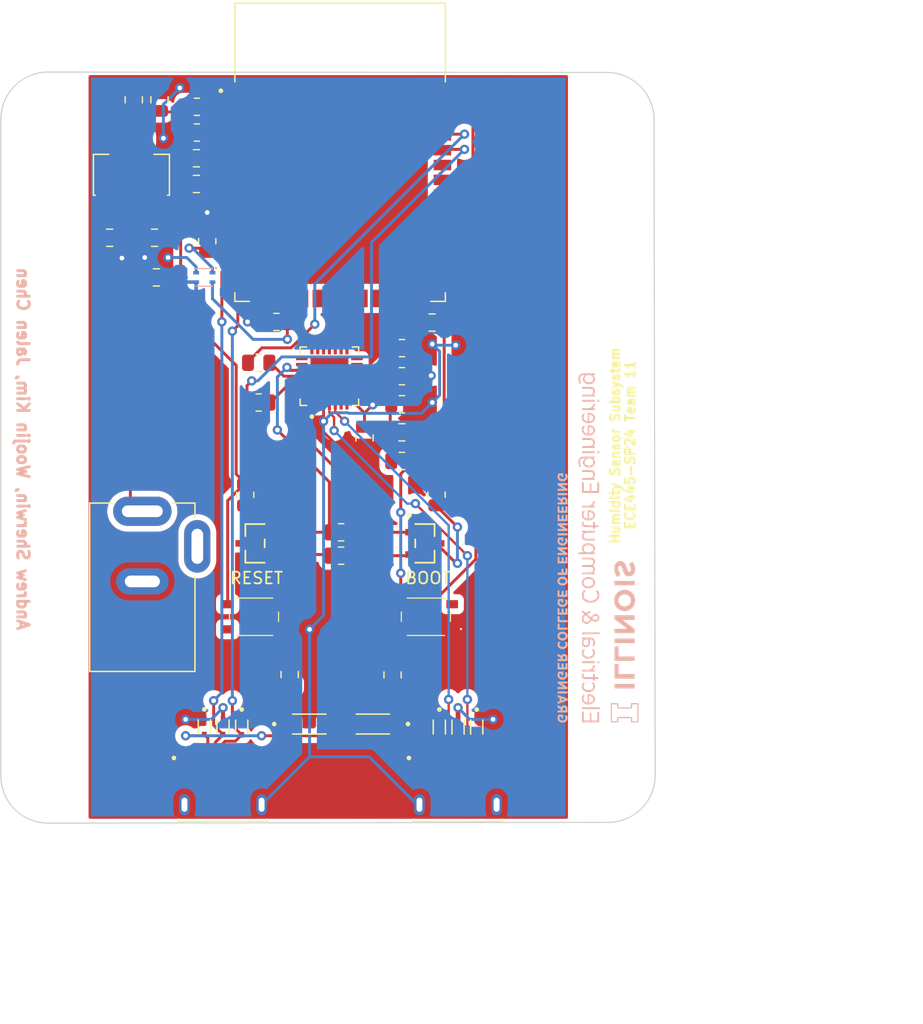
<source format=kicad_pcb>
(kicad_pcb (version 20240108) (generator "pcbnew") (generator_version "8.0")
  (layers (0 "F.Cu" signal) (31 "B.Cu" signal) (34 "B.Paste" user) (35 "F.Paste" user) (36 "B.SilkS" user "B.Silkscreen") (37 "F.SilkS" user "F.Silkscreen") (38 "B.Mask" user) (39 "F.Mask" user) (44 "Edge.Cuts" user))
  (net 0 "")
  (net 1 "+12V")
  (net 2 "GND")
  (net 3 "+3.3V")
  (net 4 "Net-(C6-Pad1)")
  (net 5 "Net-(C7-Pad1)")
  (net 6 "Net-(U4-VBUS)")
  (net 7 "CHIP_PU")
  (net 8 "IO0")
  (net 9 "USB_DP")
  (net 10 "USB_DN")
  (net 11 "IO20")
  (net 12 "IO19")
  (net 13 "VBUS")
  (net 17 "Net-(U1-IO8)")
  (net 18 "Net-(U1-IO9)")
  (net 19 "Net-(U4-~{RST})")
  (net 20 "Net-(U4-~{SUSPEND})")
  (net 21 "Net-(U4-TXD)")
  (net 22 "U0RXD")
  (net 23 "Net-(U4-RXD)")
  (net 24 "U0TXD")
  (net 25 "DTR")
  (net 26 "Net-(U5-BASE)")
  (net 27 "RTS")
  (net 28 "Net-(U6-BASE)")
  (net 29 "Net-(U5-COLLECTOR)")
  (net 30 "Net-(U6-COLLECTOR)")
  (net 31 "ESP_3V3")
  (footprint "Resistor_SMD:R_0805_2012Metric" (layer "F.Cu") (at 119.95 89 180)
    (property "Reference" "R7" (hide yes))
    (property "Value" "0" (hide yes))
  )
  (footprint "ECE445:SOT-23_ONS" (layer "F.Cu") (at 119.6348 101.0475 90)
    (property "Reference" "U5" (hide yes))
    (property "Value" "L8050QLT1G" (hide yes))
  )
  (footprint "Capacitor_SMD:C_0805_2012Metric" (layer "F.Cu") (at 129 92.0375 -90)
    (property "Reference" "C8" (hide yes))
    (property "Value" "10uF" (hide yes))
  )
  (footprint "Resistor_SMD:R_0805_2012Metric" (layer "F.Cu") (at 132.2 89.15 180)
    (property "Reference" "R6" (hide yes))
    (property "Value" "47500" (hide yes))
  )
  (footprint "ECE445:SOT-23_ONS" (layer "F.Cu") (at 134.1652 101.0475 -90)
    (property "Reference" "U6" (hide yes))
    (property "Value" "L8050QLT1G" (hide yes))
  )
  (footprint "Resistor_SMD:R_0805_2012Metric" (layer "F.Cu") (at 114.665 63.71 180)
    (property "Reference" "R13" (hide yes))
    (property "Value" "0" (hide yes))
  )
  (footprint "ECE445:PTS815 SJG 250 SMTR LFS" (layer "F.Cu") (at 134.25 107.325 180)
    (property "Reference" "S1" (hide yes))
    (property "Value" "PTS815_SJG_250_SMTR_LFS" (hide yes))
  )
  (footprint "Capacitor_SMD:C_0805_2012Metric" (layer "F.Cu") (at 111.04 74.91)
    (property "Reference" "C1" (hide yes))
    (property "Value" "1uF" (hide yes))
  )
  (footprint "Resistor_SMD:R_0805_2012Metric" (layer "F.Cu") (at 115.55 75.2 90)
    (property "Reference" "R1" (hide yes))
    (property "Value" "10000" (hide yes))
  )
  (footprint "ECE445:LDL1117S33R-SnapEDA" (layer "F.Cu") (at 109.065 69.525 90)
    (property "Reference" "U2" (hide yes))
    (property "Value" "LDL1117S33R-SnapEDA" (hide yes))
  )
  (footprint "Capacitor_SMD:C_0805_2012Metric" (layer "F.Cu") (at 114.6275 68.11 180)
    (property "Reference" "C10" (hide yes))
    (property "Value" "1uF" (hide yes))
  )
  (footprint "Capacitor_SMD:C_0805_2012Metric" (layer "F.Cu") (at 107.2025 74.91 180)
    (property "Reference" "C2" (hide yes))
    (property "Value" "4.7uF" (hide yes))
  )
  (footprint "ECE445:LESD5D5_0CT1G" (layer "F.Cu") (at 138.6 116.76 -90)
    (property "Reference" "D1" (hide yes))
    (property "Value" "LESD5D5.0CT1G" (hide yes))
  )
  (footprint "Resistor_SMD:R_0805_2012Metric" (layer "F.Cu") (at 132.2 86.75 180)
    (property "Reference" "R3" (hide yes))
    (property "Value" "1000" (hide yes))
  )
  (footprint "ECE445:PTS815 SJG 250 SMTR LFS" (layer "F.Cu") (at 119.55 107.325 180)
    (property "Reference" "S2" (hide yes))
    (property "Value" "PTS815_SJG_250_SMTR_LFS" (hide yes))
  )
  (footprint "ECE445:ESP32-S3-WROOM-1-N8-SnapEDA" (layer "F.Cu") (at 126.915 67.6)
    (property "Reference" "U1" (hide yes))
    (property "Value" "ESP32-S3-WROOM-1-N8" (hide yes))
  )
  (footprint "Resistor_SMD:R_0805_2012Metric" (layer "F.Cu") (at 127 100.1)
    (property "Reference" "R10" (hide yes))
    (property "Value" "10000" (hide yes))
  )
  (footprint "Capacitor_SMD:C_0805_2012Metric" (layer "F.Cu") (at 109.265 63.11 90)
    (property "Reference" "C4" (hide yes))
    (property "Value" "10uF" (hide yes))
  )
  (footprint "ECE445:PJ-202AH" (layer "F.Cu") (at 110 104.8 -90)
    (property "Reference" "J1" (hide yes))
    (property "Value" "PJ-202AH" (hide yes))
  )
  (footprint "Resistor_SMD:R_0805_2012Metric" (layer "F.Cu") (at 118.8 96.895 90)
    (property "Reference" "R11" (hide yes))
    (property "Value" "0" (hide yes))
  )
  (footprint "Resistor_SMD:R_0805_2012Metric" (layer "F.Cu") (at 121.465 82.11 180)
    (property "Reference" "R2" (hide yes))
    (property "Value" "10000" (hide yes))
  )
  (footprint "ECE445:LESD5D5_0CT1G" (layer "F.Cu") (at 118.5 116.76 -90)
    (property "Reference" "D3" (hide yes))
    (property "Value" "LESD5D5.0CT1G" (hide yes))
  )
  (footprint "ECE445:10118193-0001LF" (layer "F.Cu") (at 137 123.4)
    (property "Reference" "J2" (hide yes))
    (property "Value" "10118193-0001LF" (hide yes))
  )
  (footprint "ECE445:LESD5D5_0CT1G" (layer "F.Cu") (at 116.9 116.74 -90)
    (property "Reference" "D4" (hide yes))
    (property "Value" "LESD5D5.0CT1G" (hide yes))
  )
  (footprint "Capacitor_SMD:C_0805_2012Metric" (layer "F.Cu") (at 114.6275 70.31 180)
    (property "Reference" "C12" (hide yes))
    (property "Value" "0.1uF" (hide yes))
  )
  (footprint "Capacitor_SMD:C_0805_2012Metric" (layer "F.Cu") (at 111.2 78.3 180)
    (property "Reference" "C3" (hide yes))
    (property "Value" "100nF" (hide yes))
  )
  (footprint "Resistor_SMD:R_0805_2012Metric" (layer "F.Cu") (at 127 102.1 180)
    (property "Reference" "R9" (hide yes))
    (property "Value" "10000" (hide yes))
  )
  (footprint "Capacitor_SMD:C_0805_2012Metric" (layer "F.Cu") (at 111.465 63.11 90)
    (property "Reference" "C5" (hide yes))
    (property "Value" "0.1uF" (hide yes))
  )
  (footprint "Resistor_SMD:R_0805_2012Metric" (layer "F.Cu") (at 132.2 94 180)
    (property "Reference" "R5" (hide yes))
    (property "Value" "22100" (hide yes))
  )
  (footprint "MountingHole:MountingHole_3.2mm_M3" (layer "F.Cu") (at 150.1 121.1)
    (property "Reference" "H4" (hide yes))
    (property "Value" "MountingHole" (hide yes))
  )
  (footprint "ECE445:CP2102N-A02-GQFN28" (layer "F.Cu") (at 126 86.75 90)
    (property "Reference" "U4" (hide yes))
    (property "Value" "CP2102N-A02-GQFN28" (hide yes))
  )
  (footprint "ECE445:10118193-0001LF" (layer "F.Cu") (at 116.9 123.4)
    (property "Reference" "J3" (hide yes))
    (property "Value" "10118193-0001LF" (hide yes))
  )
  (footprint "ECE445:LESD5D5_0CT1G" (layer "F.Cu") (at 135.4 116.76 -90)
    (property "Reference" "D7" (hide yes))
    (property "Value" "LESD5D5.0CT1G" (hide yes))
  )
  (footprint "ECE445:LESD5D5_0CT1G" (layer "F.Cu") (at 137 116.76 -90)
    (property "Reference" "D2" (hide yes))
    (property "Value" "LESD5D5.0CT1G" (hide yes))
  )
  (footprint "Resistor_SMD:R_0805_2012Metric" (layer "F.Cu") (at 135.1652 96.876 90)
    (property "Reference" "R12" (hide yes))
    (property "Value" "0" (hide yes))
  )
  (footprint "ECE445:1N5819HW-7-F" (layer "F.Cu") (at 129.72 116.5 180)
    (property "Reference" "D6" (hide yes))
    (property "Value" "1N5819HW-7-F" (hide yes))
  )
  (footprint "Capacitor_SMD:C_0805_2012Metric" (layer "F.Cu") (at 132.2 91.55)
    (property "Reference" "C9" (hide yes))
    (property "Value" "1uF" (hide yes))
  )
  (footprint "Resistor_SMD:R_0805_2012Metric" (layer "F.Cu") (at 119.95 85.6 180)
    (property "Reference" "R8" (hide yes))
    (property "Value" "0" (hide yes))
  )
  (footprint "ECE445:LESD5D5_0CT1G" (layer "F.Cu") (at 115.3 116.74 -90)
    (property "Reference" "D8" (hide yes))
    (property "Value" "LESD5D5.0CT1G" (hide yes))
  )
  (footprint "Capacitor_SMD:C_0805_2012Metric" (layer "F.Cu") (at 122.6 112.2625 90)
    (property "Reference" "C7" (hide yes))
    (property "Value" "10uF" (hide yes))
  )
  (footprint "ECE445:1N5819HW-7-F" (layer "F.Cu") (at 124.28 116.5)
    (property "Reference" "D5" (hide yes))
    (property "Value" "1N5819HW-7-F" (hide yes))
  )
  (footprint "Capacitor_SMD:C_0805_2012Metric" (layer "F.Cu") (at 134.7775 82.16 180)
    (property "Reference" "C11" (hide yes))
    (property "Value" "0.1uF" (hide yes))
  )
  (footprint "MountingHole:MountingHole_3.2mm_M3" (layer "F.Cu") (at 101.7 121.1)
    (property "Reference" "H2" (hide yes))
    (property "Value" "MountingHole" (hide yes))
  )
  (footprint "MountingHole:MountingHole_3.2mm_M3" (layer "F.Cu") (at 101.8 64.5)
    (property "Reference" "H1" (hide yes))
    (property "Value" "MountingHole" (hide yes))
  )
  (footprint "MountingHole:MountingHole_3.2mm_M3" (layer "F.Cu") (at 149.881128 64.6)
    (property "Reference" "H3" (hide yes))
    (property "Value" "MountingHole" (hide yes))
  )
  (footprint "Resistor_SMD:R_0805_2012Metric" (layer "F.Cu") (at 132.2 84.35 180)
    (property "Reference" "R4" (hide yes))
    (property "Value" "10000" (hide yes))
  )
  (footprint "Resistor_SMD:R_0805_2012Metric" (layer "F.Cu") (at 114.665 65.91)
    (property "Reference" "R14" (hide yes))
    (property "Value" "10000" (hide yes))
  )
  (footprint "Capacitor_SMD:C_0805_2012Metric" (layer "F.Cu") (at 131.4 112.3 90)
    (property "Reference" "C6" (hide yes))
    (property "Value" "10uF" (hide yes))
  )
  (footprint "ECE445:SHT45-AD1B-R3" (layer "B.Cu") (at 115.3 78.3 180)
    (property "Reference" "U3" (hide yes))
    (property "Value" "SHT45-AD1B-R3" (hide yes))
  )
  (footprint "ECE445:IllinoisECENegative31mm" (layer "B.Cu") (at 149 101.4 90)
    (property "Reference" "" (hide yes))
    (property "Value" "LOGO" (hide yes))
  )
  (gr_arc (start 101.931128 124.971128) (mid 99.08069 123.790438) (end 97.9 120.94) (stroke (width 0.1)) (layer "Edge.Cuts"))
  (gr_arc (start 97.9 64.771128) (mid 99.08069 61.92069) (end 101.931128 60.74) (stroke (width 0.1)) (layer "Edge.Cuts"))
  (gr_arc (start 149.731128 60.771128) (mid 152.581566 61.951818) (end 153.762256 64.802256) (stroke (width 0.1)) (layer "Edge.Cuts"))
  (gr_line (start 97.9 64.771128) (end 97.9 120.94) (stroke (width 0.1)) (layer "Edge.Cuts"))
  (gr_arc (start 153.862256 120.877744) (mid 152.681566 123.728182) (end 149.831128 124.908872) (stroke (width 0.1)) (layer "Edge.Cuts"))
  (gr_line (start 149.731128 60.771128) (end 101.931128 60.74) (stroke (width 0.1)) (layer "Edge.Cuts"))
  (gr_line (start 153.862256 120.877744) (end 153.762256 64.802256) (stroke (width 0.1)) (layer "Edge.Cuts"))
  (gr_line (start 101.931128 124.971128) (end 149.831128 124.908872) (stroke (width 0.1)) (layer "Edge.Cuts"))
  (gr_text "Andrew Sherwin, Woojin Kim, Jalen Chen" (at 99.2 108.6 270) (layer "B.SilkS") (effects (font (size 1 1) (thickness 0.25) (bold yes)) (justify left bottom mirror)))
  (gr_text "Humidity Sensor Subsystem\n  ECE445-SP24 Team 11" (at 152.2 101.2 90) (layer "F.SilkS") (effects (font (size 0.8 0.8) (thickness 0.2) (bold yes)) (justify left bottom)))
  (gr_text "BOOT" (at 132.4 104.6 0) (layer "F.SilkS") (effects (font (size 1 1)) (justify left bottom)))
  (gr_text "RESET" (at 117.4 104.6 0) (layer "F.SilkS") (effects (font (size 1 1)) (justify left bottom)))
  (segment (start 111.365 73.5475) (end 110.0025 74.91) (width 0.25) (layer "F.Cu") (net 1))
  (segment (start 111.365 72.54) (end 111.365 73.5475) (width 0.25) (layer "F.Cu") (net 1))
  (segment (start 110.0025 74.91) (end 108.975 75.9375) (width 0.25) (layer "F.Cu") (net 1))
  (segment (start 108.975 75.9375) (end 108.975 97.275) (width 0.25) (layer "F.Cu") (net 1))
  (segment (start 108.975 97.275) (end 110 98.3) (width 0.25) (layer "F.Cu") (net 1))
  (segment (start 138.275 82.625) (end 136.8 84.1) (width 0.25) (layer "F.Cu") (net 2))
  (segment (start 138.975 105.925) (end 138.975 86.275) (width 0.25) (layer "F.Cu") (net 2))
  (segment (start 112.2 76.6) (end 112.2 75.0325) (width 0.25) (layer "F.Cu") (net 2))
  (segment (start 120.1 121.4) (end 118.1 123.4) (width 0.25) (layer "F.Cu") (net 2))
  (segment (start 125.415 70.06) (end 126.815 71.46) (width 0.25) (layer "F.Cu") (net 2))
  (segment (start 125.897537 71.885) (end 126.332463 71.885) (width 0.25) (layer "F.Cu") (net 2))
  (segment (start 113.59 70.31) (end 112.8 71.1) (width 0.25) (layer "F.Cu") (net 2))
  (segment (start 125.5 91.525305) (end 125.5 90.6) (width 0.25) (layer "F.Cu") (net 2))
  (segment (start 109.265 62.0725) (end 111.465 62.0725) (width 0.25) (layer "F.Cu") (net 2))
  (segment (start 106.765 64.5725) (end 106.765 72.54) (width 0.25) (layer "F.Cu") (net 2))
  (segment (start 113.7 119.25) (end 113.7 120.95) (width 0.25) (layer "F.Cu") (net 2))
  (segment (start 123.49 69.477463) (end 123.972537 69.96) (width 0.25) (layer "F.Cu") (net 2))
  (segment (start 118.1 123.4) (end 120.2 123.4) (width 0.25) (layer "F.Cu") (net 2))
  (segment (start 113.7 120.95) (end 113.7 123.3) (width 0.25) (layer "F.Cu") (net 2))
  (segment (start 134.8 83.22) (end 133.74 82.16) (width 0.25) (layer "F.Cu") (net 2))
  (segment (start 125.415 71.46) (end 125.415 70.06) (width 0.25) (layer "F.Cu") (net 2))
  (segment (start 118.165 62.34) (end 113.44 62.34) (width 0.25) (layer "F.Cu") (net 2))
  (segment (start 126.297463 68) (end 126.815 68.517537) (width 0.25) (layer "F.Cu") (net 2))
  (segment (start 124.015 67.09) (end 124.015 68.56) (width 0.25) (layer "F.Cu") (net 2))
  (segment (start 127.34 70.442537) (end 126.857463 69.96) (width 0.25) (layer "F.Cu") (net 2))
  (segment (start 112.8 71.1) (end 112.8 74.1875) (width 0.25) (layer "F.Cu") (net 2))
  (segment (start 124.015 70.06) (end 125.415 70.06) (width 0.25) (layer "F.Cu") (net 2))
  (segment (start 133.7 123.4) (end 135.8 123.4) (width 0.25) (layer "F.Cu") (net 2))
  (segment (start 129 93.075) (end 127.049695 93.075) (width 0.25) (layer "F.Cu") (net 2))
  (segment (start 124.015 68.56) (end 124.015 68.517537) (width 0.25) (layer "F.Cu") (net 2))
  (segment (start 125.415 71.36) (end 125.415 71.402463) (width 0.25) (layer "F.Cu") (net 2))
  (segment (start 119.165 62.24) (end 124.015 67.09) (width 0.25) (layer "F.Cu") (net 2))
  (segment (start 140.2 121.4) (end 138.2 123.4) (width 0.25) (layer "F.Cu") (net 2))
  (segment (start 140 114.8) (end 140 116.1) (width 0.25) (layer "F.Cu") (net 2))
  (segment (start 124.015 68.56) (end 123.972537 68.56) (width 0.25) (layer "F.Cu") (net 2))
  (segment (start 138.975 86.275) (end 136.8 84.1) (width 0.25) (layer "F.Cu") (net 2))
  (segment (start 113.7 116.1) (end 115.28 116.1) (width 0.25) (layer "F.Cu") (net 2))
  (segment (start 126.332463 71.885) (end 126.815 71.402463) (width 0.25) (layer "F.Cu") (net 2))
  (segment (start 133.8 120.95) (end 133.8 121.4) (width 0.25) (layer "F.Cu") (net 2))
  (segment (start 125.5 87.25) (end 126 86.75) (width 0.25) (layer "F.Cu") (net 2))
  (segment (start 125.415 68.517537) (end 125.932537 68) (width 0.25) (layer "F.Cu") (net 2))
  (segment (start 113.59 70.31) (end 113.59 68.11) (width 0.25) (layer "F.Cu") (net 2))
  (segment (start 123.49 70.442537) (end 123.49 70.877463) (width 0.25) (layer "F.Cu") (net 2))
  (segment (start 134.65 89.15) (end 134.8 89) (width 0.25) (layer "F.Cu") (net 2))
  (segment (start 125.415 68.66) (end 125.415 70.06) (width 0.25) (layer "F.Cu") (net 2))
  (segment (start 124.015 71.36) (end 124.015 71.402463) (width 0.25) (layer "F.Cu") (net 2))
  (segment (start 127.049695 93.075) (end 125.5 91.525305) (width 0.25) (layer "F.Cu") (net 2))
  (segment (start 126.815 70.06) (end 125.415 70.06) (width 0.25) (layer "F.Cu") (net 2))
  (segment (start 124.015 69.96) (end 123.972537 69.96) (width 0.25) (layer "F.Cu") (net 2))
  (segment (start 110 115.55) (end 113.7 119.25) (width 0.25) (layer "F.Cu") (net 2))
  (segment (start 133.74 83.81) (end 133.2 84.35) (width 0.25) (layer "F.Cu") (net 2))
  (segment (start 124.497537 71.885) (end 124.932463 71.885) (width 0.25) (layer "F.Cu") (net 2))
  (segment (start 125.415 71.402463) (end 125.897537 71.885) (width 0.25) (layer "F.Cu") (net 2))
  (segment (start 111.4925 62.1) (end 111.465 62.0725) (width 0.25) (layer "F.Cu") (net 2))
  (segment (start 125.415 70.06) (end 124.015 68.66) (width 0.25) (layer "F.Cu") (net 2))
  (segment (start 126.815 69.96) (end 126.857463 69.96) (width 0.25) (layer "F.Cu") (net 2))
  (segment (start 124.015 71.402463) (end 124.497537 71.885) (width 0.25) (layer "F.Cu") (net 2))
  (segment (start 123.972537 69.96) (end 123.49 70.442537) (width 0.25) (layer "F.Cu") (net 2))
  (segment (start 115.7 123.4) (end 118.1 123.4) (width 0.25) (layer "F.Cu") (net 2))
  (segment (start 135.665 62.34) (end 136.665 62.34) (width 0.25) (layer "F.Cu") (net 2))
  (segment (start 124.3 108.4) (end 121.8 108.4) (width 0.25) (layer "F.Cu") (net 2))
  (segment (start 133.8 121.4) (end 135.8 123.4) (width 0.25) (layer "F.Cu") (net 2))
  (segment (start 106.165 100.465) (end 110 104.3) (width 0.25) (layer "F.Cu") (net 2))
  (segment (start 112.2375 76.6375) (end 112.2 76.6) (width 0.25) (layer "F.Cu") (net 2))
  (segment (start 118.165 62.24) (end 119.165 62.24) (width 0.25) (layer "F.Cu") (net 2))
  (segment (start 106.165 74.91) (end 106.165 100.465) (width 0.25) (layer "F.Cu") (net 2))
  (segment (start 136.665 62.34) (end 138.275 63.95) (width 0.25) (layer "F.Cu") (net 2))
  (segment (start 125.5 89.11) (end 125.5 87.25) (width 0.25) (layer "F.Cu") (net 2))
  (segment (start 140.2 116.3) (end 140.2 120.95) (width 0.25) (layer "F.Cu") (net 2))
  (segment (start 127.34 69.477463) (end 127.34 69.042537) (width 0.25) (layer "F.Cu") (net 2))
  (segment (start 123.972537 68.56) (end 123.49 69.042537) (width 0.25) (layer "F.Cu") (net 2))
  (segment (start 113.6 123.4) (end 115.7 123.4) (width 0.25) (layer "F.Cu") (net 2))
  (segment (start 112.8 74.1875) (end 112.0775 74.91) (width 0.25) (layer "F.Cu") (net 2))
  (segment (start 135.8 123.4) (end 138.2 123.4) (width 0.25) (layer "F.Cu") (net 2))
  (segment (start 133.135 62.34) (end 126.815 68.66) (width 0.25) (layer "F.Cu") (net 2))
  (segment (start 138.2 123.4) (end 140.3 123.4) (width 0.25) (layer "F.Cu") (net 2))
  (segment (start 135.665 62.34) (end 133.135 62.34) (width 0.25) (layer "F.Cu") (net 2))
  (segment (start 124.932463 71.885) (end 125.415 71.402463) (width 0.25) (layer "F.Cu") (net 2))
  (segment (start 138.6 116.1) (end 140 116.1) (width 0.25) (layer "F.Cu") (net 2))
  (segment (start 127.34 69.042537) (end 126.857463 68.56) (width 0.25) (layer "F.Cu") (net 2))
  (segment (start 109.265 62.0725) (end 106.765 64.5725) (width 0.25) (layer "F.Cu") (net 2))
  (segment (start 127.34 70.877463) (end 127.34 70.442537) (width 0.25) (layer "F.Cu") (net 2))
  (segment (start 112.2 75.0325) (end 112.0775 74.91) (width 0.25) (layer "F.Cu") (net 2))
  (segment (start 120.1 120.95) (end 120.1 123.3) (width 0.25) (layer "F.Cu") (net 2))
  (segment (start 133.2 89.15) (end 134.65 89.15) (width 0.25) (layer "F.Cu") (net 2))
  (segment (start 123.49 69.042537) (end 123.49 69.477463) (width 0.25) (layer "F.Cu") (net 2))
  (segment (start 126.857463 71.36) (end 127.34 70.877463) (width 0.25) (layer "F.Cu") (net 2))
  (segment (start 123.49 70.877463) (end 123.972537 71.36) (width 0.25) (layer "F.Cu") (net 2))
  (segment (start 138.975 113.775) (end 140 114.8) (width 0.25) (layer "F.Cu") (net 2))
  (segment (start 120.1 120.95) (end 120.1 121.4) (width 0.25) (layer "F.Cu") (net 2))
  (segment (start 126.815 71.402463) (end 126.815 71.36) (width 0.25) (layer "F.Cu") (net 2))
  (segment (start 113.59 68.11) (end 113.51 68.11) (width 0.25) (layer "F.Cu") (net 2))
  (segment (start 124.015 71.46) (end 125.415 70.06) (width 0.25) (layer "F.Cu") (net 2))
  (segment (start 133.8 120.95) (end 133.8 123.3) (width 0.25) (layer "F.Cu") (net 2))
  (segment (start 134.8 84) (end 134.8 83.22) (width 0.25) (layer "F.Cu") (net 2))
  (segment (start 110 104.3) (end 110 115.55) (width 0.25) (layer "F.Cu") (net 2))
  (segment (start 124.932463 68.035) (end 125.415 68.517537) (width 0.25) (layer "F.Cu") (net 2))
  (segment (start 136.5 108.4) (end 138.975 105.925) (width 0.25) (layer "F.Cu") (net 2))
  (segment (start 126.857463 69.96) (end 127.34 69.477463) (width 0.25) (layer "F.Cu") (net 2))
  (segment (start 106.165 74.91) (end 106.165 73.14) (width 0.25) (layer "F.Cu") (net 2))
  (segment (start 125.415 68.56) (end 125.415 68.517537) (width 0.25) (layer "F.Cu") (net 2))
  (segment (start 125.5 90.6) (end 125.5 89.11) (width 0.25) (layer "F.Cu") (net 2))
  (segment (start 126.815 68.517537) (end 126.815 68.56) (width 0.25) (layer "F.Cu") (net 2))
  (segment (start 126.857463 68.56) (end 126.815 68.56) (width 0.25) (layer "F.Cu") (net 2))
  (segment (start 125.932537 68) (end 126.297463 68) (width 0.25) (layer "F.Cu") (net 2))
  (segment (start 138.275 63.95) (end 138.275 82.625) (width 0.25) (layer "F.Cu") (net 2))
  (segment (start 113.7 121.4) (end 115.7 123.4) (width 0.25) (layer "F.Cu") (net 2))
  (segment (start 140.2 120.95) (end 140.2 121.4) (width 0.25) (layer "F.Cu") (net 2))
  (segment (start 124.497537 68.035) (end 124.932463 68.035) (width 0.25) (layer "F.Cu") (net 2))
  (segment (start 140 116.1) (end 140.2 116.3) (width 0.25) (layer "F.Cu") (net 2))
  (segment (start 124.015 68.517537) (end 124.497537 68.035) (width 0.25) (layer "F.Cu") (net 2))
  (segment (start 113.7 120.95) (end 113.7 121.4) (width 0.25) (layer "F.Cu") (net 2))
  (segment (start 126.815 68.66) (end 125.415 70.06) (width 0.25) (layer "F.Cu") (net 2))
  (segment (start 140.2 120.95) (end 140.2 123.3) (width 0.25) (layer "F.Cu") (net 2))
  (segment (start 123.972537 71.36) (end 124.015 71.36) (width 0.25) (layer "F.Cu") (net 2))
  (segment (start 113.44 62.34) (end 113.2 62.1) (width 0.25) (layer "F.Cu") (net 2))
  (segment (start 112.2375 78.3) (end 112.2375 76.6375) (width 0.25) (layer "F.Cu") (net 2))
  (segment (start 126.815 71.36) (end 126.857463 71.36) (width 0.25) (layer "F.Cu") (net 2))
  (segment (start 133.74 82.16) (end 133.74 83.81) (width 0.25) (layer "F.Cu") (net 2))
  (segment (start 106.165 73.14) (end 106.765 72.54) (width 0.25) (layer "F.Cu") (net 2))
  (segment (start 138.975 105.925) (end 138.975 113.775) (width 0.25) (layer "F.Cu") (net 2))
  (segment (start 113.51 68.11) (end 111.8 66.4) (width 0.25) (layer "F.Cu") (net 2))
  (segment (start 113.2 62.1) (end 111.4925 62.1) (width 0.25) (layer "F.Cu") (net 2))
  (via (at 134.8 89) (size 0.8) (drill 0.4) (layers "F.Cu" "B.Cu") (net 2))
  (via (at 140 116.1) (size 0.8) (drill 0.4) (layers "F.Cu" "B.Cu") (net 2))
  (via (at 113.7 116.1) (size 0.8) (drill 0.4) (layers "F.Cu" "B.Cu") (net 2))
  (via (at 112.2 76.6) (size 0.8) (drill 0.4) (layers "F.Cu" "B.Cu") (net 2))
  (via (at 113.2 62.1) (size 0.8) (drill 0.4) (layers "F.Cu" "B.Cu") (net 2))
  (via (at 124.3 108.4) (size 0.8) (drill 0.4) (layers "F.Cu" "B.Cu") (net 2))
  (via (at 116.9 115.1) (size 0.8) (drill 0.4) (layers "F.Cu" "B.Cu") (net 2))
  (via (at 111.8 66.4) (size 0.8) (drill 0.4) (layers "F.Cu" "B.Cu") (net 2))
  (via (at 137 115.1) (size 0.8) (drill 0.4) (layers "F.Cu" "B.Cu") (net 2))
  (via (at 134.8 84) (size 0.8) (drill 0.4) (layers "F.Cu" "B.Cu") (net 2))
  (via (at 136.8 84.1) (size 0.8) (drill 0.4) (layers "F.Cu" "B.Cu") (net 2))
  (via (at 125.5 90.6) (size 0.8) (drill 0.4) (layers "F.Cu" "B.Cu") (net 2))
  (segment (start 116.9 115.1) (end 115.9 116.1) (width 0.25) (layer "B.Cu") (net 2))
  (segment (start 115.9 116.1) (end 113.7 116.1) (width 0.25) (layer "B.Cu") (net 2))
  (segment (start 111.8 63.5) (end 113.2 62.1) (width 0.25) (layer "B.Cu") (net 2))
  (segment (start 126.225 89.875) (end 125.5 90.6) (width 0.25) (layer "B.Cu") (net 2))
  (segment (start 138 116.1) (end 137 115.1) (width 0.25) (layer "B.Cu") (net 2))
  (segment (start 134.8 89) (end 133.875 89.925) (width 0.25) (layer "B.Cu") (net 2))
  (segment (start 114.6 77.9) (end 114.6 77.4) (width 0.25) (layer "B.Cu") (net 2))
  (segment (start 133.875 89.925) (end 127.650305 89.925) (width 0.25) (layer "B.Cu") (net 2))
  (segment (start 114.6 77.4) (end 114 76.8) (width 0.25) (layer "B.Cu") (net 2))
  (segment (start 113.8 76.6) (end 112.2 76.6) (width 0.25) (layer "B.Cu") (net 2))
  (segment (start 136.8 84.1) (end 134.9 84.1) (width 0.25) (layer "B.Cu") (net 2))
  (segment (start 134.8 89) (end 135.425 88.375) (width 0.25) (layer "B.Cu") (net 2))
  (segment (start 124.3 119.3) (end 124.3 108.4) (width 0.25) (layer "B.Cu") (net 2))
  (segment (start 135.425 84.625) (end 134.8 84) (width 0.25) (layer "B.Cu") (net 2))
  (segment (start 134.9 84.1) (end 134.8 84) (width 0.25) (layer "B.Cu") (net 2))
  (segment (start 125.5 90.6) (end 125.5 107.2) (width 0.25) (layer "B.Cu") (net 2))
  (segment (start 140 116.1) (end 138 116.1) (width 0.25) (layer "B.Cu") (net 2))
  (segment (start 135.425 88.375) (end 135.425 84.625) (width 0.25) (layer "B.Cu") (net 2))
  (segment (start 133.7 123.4) (end 133.5 123.4) (width 0.25) (layer "B.Cu") (net 2))
  (segment (start 125.5 107.2) (end 124.3 108.4) (width 0.25) (layer "B.Cu") (net 2))
  (segment (start 129.4 119.3) (end 124.3 119.3) (width 0.25) (layer "B.Cu") (net 2))
  (segment (start 114 76.8) (end 113.8 76.6) (width 0.25) (layer "B.Cu") (net 2))
  (segment (start 124.3 119.3) (end 120.2 123.4) (width 0.25) (layer "B.Cu") (net 2))
  (segment (start 127.650305 89.925) (end 127.600305 89.875) (width 0.25) (layer "B.Cu") (net 2))
  (segment (start 127.600305 89.875) (end 126.225 89.875) (width 0.25) (layer "B.Cu") (net 2))
  (segment (start 111.8 66.4) (end 111.8 63.5) (width 0.25) (layer "B.Cu") (net 2))
  (segment (start 133.5 123.4) (end 129.4 119.3) (width 0.25) (layer "B.Cu") (net 2))
  (segment (start 108.25 74.92) (end 108.24 74.91) (width 0.25) (layer "F.Cu") (net 3))
  (segment (start 108.25 76.65) (end 108.25 74.92) (width 0.25) (layer "F.Cu") (net 3))
  (segment (start 109.065 64.3475) (end 109.265 64.1475) (width 0.25) (layer "F.Cu") (net 3))
  (segment (start 115.55 72.75) (end 115.55 74.2) (width 0.25) (layer "F.Cu") (net 3))
  (segment (start 120.465 82.11) (end 119.01 82.11) (width 0.25) (layer "F.Cu") (net 3))
  (segment (start 128.21 89.11) (end 129 89.9) (width 0.25) (layer "F.Cu") (net 3))
  (segment (start 109.065 66.51) (end 109.065 64.3475) (width 0.25) (layer "F.Cu") (net 3))
  (segment (start 109.065 72.54) (end 109.065 74.085) (width 0.25) (layer "F.Cu") (net 3))
  (segment (start 110.1625 78.3) (end 110.1625 76.6375) (width 0.25) (layer "F.Cu") (net 3))
  (segment (start 111.465 64.1475) (end 113.2275 64.1475) (width 0.25) (layer "F.Cu") (net 3))
  (segment (start 133.2 86.75) (end 134.65 86.75) (width 0.25) (layer "F.Cu") (net 3))
  (segment (start 129 91) (end 129 89.9) (width 0.25) (layer "F.Cu") (net 3))
  (segment (start 127 89.11) (end 127.5 89.11) (width 0.25) (layer "F.Cu") (net 3))
  (segment (start 109.065 74.085) (end 108.24 74.91) (width 0.25) (layer "F.Cu") (net 3))
  (segment (start 109.065 66.51) (end 109.065 72.54) (width 0.25) (layer "F.Cu") (net 3))
  (segment (start 127.5 89.11) (end 128.21 89.11) (width 0.25) (layer "F.Cu") (net 3))
  (segment (start 109.265 64.1475) (end 111.465 64.1475) (width 0.25) (layer "F.Cu") (net 3))
  (segment (start 113.2275 64.1475) (end 113.665 63.71) (width 0.25) (layer "F.Cu") (net 3))
  (segment (start 108.24 74.91) (end 107.94 74.91) (width 0.25) (layer "F.Cu") (net 3))
  (segment (start 129 89.9) (end 129.7 89.2) (width 0.25) (layer "F.Cu") (net 3))
  (via (at 115.55 72.75) (size 0.8) (drill 0.4) (layers "F.Cu" "B.Cu") (net 3))
  (via (at 134.7 86.7) (size 0.8) (drill 0.4) (layers "F.Cu" "B.Cu") (net 3))
  (via (at 108.25 76.65) (size 0.8) (drill 0.4) (layers "F.Cu" "B.Cu") (net 3))
  (via (at 129.7 89.2) (size 0.8) (drill 0.4) (layers "F.Cu" "B.Cu") (net 3))
  (via (at 119 82.1) (size 0.8) (drill 0.4) (layers "F.Cu" "B.Cu") (net 3))
  (via (at 110.2 76.6) (size 0.8) (drill 0.4) (layers "F.Cu" "B.Cu") (net 3))
  (segment (start 131 87.9) (end 129.7 89.2) (width 0.25) (layer "B.Cu") (net 3))
  (segment (start 134 87.9) (end 131 87.9) (width 0.25) (layer "B.Cu") (net 3))
  (segment (start 134.7 86.7) (end 134.7 87.2) (width 0.25) (layer "B.Cu") (net 3))
  (segment (start 134.7 87.2) (end 134 87.9) (width 0.25) (layer "B.Cu") (net 3))
  (segment (start 108.25 76.65) (end 110.15 76.65) (width 0.25) (layer "B.Cu") (net 3))
  (segment (start 110.15 76.65) (end 110.2 76.6) (width 0.25) (layer "B.Cu") (net 3))
  (segment (start 131.4 116.5) (end 131.4 113.3375) (width 0.25) (layer "F.Cu") (net 4))
  (segment (start 122.6 116.5) (end 122.6 113.3) (width 0.25) (layer "F.Cu") (net 5))
  (segment (start 130.3 88.25) (end 128.36 88.25) (width 0.25) (layer "F.Cu") (net 6))
  (segment (start 131.2 94) (end 131.2 91.5875) (width 0.25) (layer "F.Cu") (net 6))
  (segment (start 131.2 89.15) (end 130.3 88.25) (width 0.25) (layer "F.Cu") (net 6))
  (segment (start 131.2 89.15) (end 131.2 91.5125) (width 0.25) (layer "F.Cu") (net 6))
  (segment (start 115.665 70.31) (end 115.665 68.11) (width 0.25) (layer "F.Cu") (net 7))
  (segment (start 117.3 97.395) (end 118.8 95.895) (width 0.25) (layer "F.Cu") (net 7))
  (segment (start 118.025 85.825) (end 113.275 81.075) (width 0.25) (layer "F.Cu") (net 7))
  (segment (start 113.275 81.075) (end 113.275 72.7) (width 0.25) (layer "F.Cu") (net 7))
  (segment (start 113.275 72.7) (end 115.665 70.31) (width 0.25) (layer "F.Cu") (net 7))
  (segment (start 118.8 95.895) (end 118.025 95.12) (width 0.25) (layer "F.Cu") (net 7))
  (segment (start 117.3 106.25) (end 117.3 97.395) (width 0.25) (layer "F.Cu") (net 7))
  (segment (start 118.025 95.12) (end 118.025 85.825) (width 0.25) (layer "F.Cu") (net 7))
  (segment (start 116.795 64.78) (end 118.165 64.78) (width 0.25) (layer "F.Cu") (net 7))
  (segment (start 115.665 65.91) (end 115.665 68.11) (width 0.25) (layer "F.Cu") (net 7))
  (segment (start 115.665 65.91) (end 116.795 64.78) (width 0.25) (layer "F.Cu") (net 7))
  (segment (start 135.815 82.16) (end 135.815 78.9) (width 0.25) (layer "F.Cu") (net 8))
  (segment (start 135.815 82.16) (end 135.815 95.2262) (width 0.25) (layer "F.Cu") (net 8))
  (segment (start 135.815 78.9) (end 135.665 78.75) (width 0.25) (layer "F.Cu") (net 8))
  (segment (start 138.525 99.2358) (end 135.1652 95.876) (width 0.25) (layer "F.Cu") (net 8))
  (segment (start 134.675305 106.25) (end 138.525 102.400305) (width 0.25) (layer "F.Cu") (net 8))
  (segment (start 135.815 95.2262) (end 135.1652 95.876) (width 0.25) (layer "F.Cu") (net 8))
  (segment (start 138.525 102.400305) (end 138.525 99.2358) (width 0.25) (layer "F.Cu") (net 8))
  (segment (start 132 106.25) (end 134.675305 106.25) (width 0.25) (layer "F.Cu") (net 8))
  (segment (start 133.355378 97.650922) (end 133.355378 97.644622) (width 0.2) (layer "F.Cu") (net 9))
  (segment (start 126.4 91.4) (end 126.4 90.265686) (width 0.2) (layer "F.Cu") (net 9))
  (segment (start 138.6 117.42) (end 138.02 118) (width 0.2) (layer "F.Cu") (net 9))
  (segment (start 126 89.865686) (end 126 89.11) (width 0.2) (layer "F.Cu") (net 9))
  (segment (start 137 118.15) (end 137 120.725) (width 0.2) (layer "F.Cu") (net 9))
  (segment (start 137.8 116.62) (end 137.8 114.4) (width 0.2) (layer "F.Cu") (net 9))
  (segment (start 138.02 118) (end 137.15 118) (width 0.2) (layer "F.Cu") (net 9))
  (segment (start 138.6 117.42) (end 137.8 116.62) (width 0.2) (layer "F.Cu") (net 9))
  (segment (start 136.504456 100.8) (end 136.504456 100.804456) (width 0.2) (layer "F.Cu") (net 9))
  (segment (start 136.504456 100.804456) (end 137.8 102.1) (width 0.2) (layer "F.Cu") (net 9))
  (segment (start 137.15 118) (end 137 118.15) (width 0.2) (layer "F.Cu") (net 9))
  (segment (start 136.504456 100.8) (end 133.355378 97.650922) (width 0.2) (layer "F.Cu") (net 9))
  (segment (start 126.4 90.265686) (end 126 89.865686) (width 0.2) (layer "F.Cu") (net 9))
  (via (at 137.8 102.1) (size 0.8) (drill 0.4) (layers "F.Cu" "B.Cu") (net 9))
  (via (at 133.355378 97.644622) (size 0.8) (drill 0.4) (layers "F.Cu" "B.Cu") (net 9))
  (via (at 126.4 91.4) (size 0.8) (drill 0.4) (layers "F.Cu" "B.Cu") (net 9))
  (via (at 137.8 114.4) (size 0.8) (drill 0.4) (layers "F.Cu" "B.Cu") (net 9))
  (segment (start 132.644622 97.644622) (end 126.4 91.4) (width 0.2) (layer "B.Cu") (net 9))
  (segment (start 137.8 114.4) (end 137.8 102.1) (width 0.2) (layer "B.Cu") (net 9))
  (segment (start 133.355378 97.644622) (end 132.644622 97.644622) (width 0.2) (layer "B.Cu") (net 9))
  (segment (start 136.35 118.07) (end 136.35 120.725) (width 0.2) (layer "F.Cu") (net 10))
  (segment (start 127.3 90.6) (end 126.5 89.8) (width 0.2) (layer "F.Cu") (net 10))
  (segment (start 136.2 116.62) (end 136.2 114.4) (width 0.2) (layer "F.Cu") (net 10))
  (segment (start 137 117.42) (end 136.35 118.07) (width 0.2) (layer "F.Cu") (net 10))
  (segment (start 137 117.42) (end 136.2 116.62) (width 0.2) (layer "F.Cu") (net 10))
  (segment (start 126.5 89.8) (end 126.5 89.11) (width 0.2) (layer "F.Cu") (net 10))
  (via (at 136.2 114.4) (size 0.8) (drill 0.4) (layers "F.Cu" "B.Cu") (net 10))
  (via (at 127.3 90.6) (size 0.8) (drill 0.4) (layers "F.Cu" "B.Cu") (net 10))
  (segment (start 136.2 99.5) (end 127.3 90.6) (width 0.2) (layer "B.Cu") (net 10))
  (segment (start 136.2 114.4) (end 136.2 99.5) (width 0.2) (layer "B.Cu") (net 10))
  (segment (start 117.085 117.965) (end 116.9 118.15) (width 0.25) (layer "F.Cu") (net 11))
  (segment (start 117.7 82.9) (end 118.165 82.435) (width 0.25) (layer "F.Cu") (net 11))
  (segment (start 118.5 117.42) (end 117.955 117.965) (width 0.25) (layer "F.Cu") (net 11))
  (segment (start 117.7 116.62) (end 117.7 114.5) (width 0.25) (layer "F.Cu") (net 11))
  (segment (start 118.165 82.435) (end 118.165 78.75) (width 0.25) (layer "F.Cu") (net 11))
  (segment (start 118.5 117.42) (end 117.7 116.62) (width 0.25) (layer "F.Cu") (net 11))
  (segment (start 116.9 118.15) (end 116.9 120.725) (width 0.25) (layer "F.Cu") (net 11))
  (segment (start 117.955 117.965) (end 117.085 117.965) (width 0.25) (layer "F.Cu") (net 11))
  (via (at 117.7 82.9) (size 0.8) (drill 0.4) (layers "F.Cu" "B.Cu") (net 11))
  (via (at 117.7 114.5) (size 0.8) (drill 0.4) (layers "F.Cu" "B.Cu") (net 11))
  (segment (start 117.7 114.5) (end 117.7 82.9) (width 0.25) (layer "B.Cu") (net 11))
  (segment (start 116.8 82.1) (end 116.8 77.845) (width 0.25) (layer "F.Cu") (net 12))
  (segment (start 116.1 116.6) (end 116.1 114.5) (width 0.25) (layer "F.Cu") (net 12))
  (segment (start 116.9 117.4) (end 116.25 118.05) (width 0.25) (layer "F.Cu") (net 12))
  (segment (start 116.25 118.05) (end 116.25 120.725) (width 0.25) (layer "F.Cu") (net 12))
  (segment (start 116.9 117.4) (end 116.1 116.6) (width 0.25) (layer "F.Cu") (net 12))
  (segment (start 117.165 77.48) (end 118.165 77.48) (width 0.25) (layer "F.Cu") (net 12))
  (segment (start 116.8 77.845) (end 117.165 77.48) (width 0.25) (layer "F.Cu") (net 12))
  (via (at 116.8 82.1) (size 0.8) (drill 0.4) (layers "F.Cu" "B.Cu") (net 12))
  (via (at 116.1 114.5) (size 0.8) (drill 0.4) (layers "F.Cu" "B.Cu") (net 12))
  (segment (start 116.1 114.5) (end 116.8 113.8) (width 0.25) (layer "B.Cu") (net 12))
  (segment (start 116.8 113.8) (end 116.8 82.1) (width 0.25) (layer "B.Cu") (net 12))
  (segment (start 135.7 117.72) (end 135.7 120.725) (width 0.25) (layer "F.Cu") (net 13))
  (segment (start 128.96 117.42) (end 128.04 116.5) (width 0.25) (layer "F.Cu") (net 13))
  (segment (start 128.04 108.71) (end 132.1 104.65) (width 0.25) (layer "F.Cu") (net 13))
  (segment (start 115.6 117.7) (end 115.6 120.725) (width 0.25) (layer "F.Cu") (net 13))
  (segment (start 132.1 104.65) (end 132.1 103.6) (width 0.25) (layer "F.Cu") (net 13))
  (segment (start 132.1 98.4) (end 132.1 95.1) (width 0.25) (layer "F.Cu") (net 13))
  (segment (start 128.04 116.5) (end 128.04 108.71) (width 0.25) (layer "F.Cu") (net 13))
  (segment (start 128.04 116.5) (end 125.96 116.5) (width 0.25) (layer "F.Cu") (net 13))
  (segment (start 132.1 95.1) (end 133.2 94) (width 0.25) (layer "F.Cu") (net 13))
  (segment (start 113.7 117.5) (end 115.2 117.5) (width 0.25) (layer "F.Cu") (net 13))
  (segment (start 115.3 117.4) (end 115.6 117.7) (width 0.25) (layer "F.Cu") (net 13))
  (segment (start 124.96 117.5) (end 120.2 117.5) (width 0.25) (layer "F.Cu") (net 13))
  (segment (start 135.4 117.42) (end 135.7 117.72) (width 0.25) (layer "F.Cu") (net 13))
  (segment (start 135.4 117.42) (end 128.96 117.42) (width 0.25) (layer "F.Cu") (net 13))
  (segment (start 125.96 116.5) (end 124.96 117.5) (width 0.25) (layer "F.Cu") (net 13))
  (via (at 113.7 117.5) (size 0.8) (drill 0.4) (layers "F.Cu" "B.Cu") (net 13))
  (via (at 120.2 117.5) (size 0.8) (drill 0.4) (layers "F.Cu" "B.Cu") (net 13))
  (via (at 132.1 98.4) (size 0.8) (drill 0.4) (layers "F.Cu" "B.Cu") (net 13))
  (via (at 132.1 103.6) (size 0.8) (drill 0.4) (layers "F.Cu" "B.Cu") (net 13))
  (segment (start 132.1 103.6) (end 132.1 98.4) (width 0.25) (layer "B.Cu") (net 13))
  (segment (start 120.2 117.5) (end 113.7 117.5) (width 0.25) (layer "B.Cu") (net 13))
  (segment (start 114 75.800497) (end 115.150497 75.800497) (width 0.25) (layer "F.Cu") (net 17))
  (segment (start 118.165 76.21) (end 115.56 76.21) (width 0.25) (layer "F.Cu") (net 17))
  (segment (start 115.56 76.21) (end 115.55 76.2) (width 0.25) (layer "F.Cu") (net 17))
  (segment (start 115.150497 75.800497) (end 115.55 76.2) (width 0.25) (layer "F.Cu") (net 17))
  (via (at 114 75.800497) (size 0.8) (drill 0.4) (layers "F.Cu" "B.Cu") (net 17))
  (segment (start 116 77.5) (end 114.300497 75.800497) (width 0.25) (layer "B.Cu") (net 17))
  (segment (start 114.300497 75.800497) (end 114 75.800497) (width 0.25) (layer "B.Cu") (net 17))
  (segment (start 116 77.9) (end 116 77.5) (width 0.25) (layer "B.Cu") (net 17))
  (segment (start 122.465 80.005) (end 122.47 80) (width 0.25) (layer "F.Cu") (net 18))
  (segment (start 122.4 83.6) (end 122.4 82.175) (width 0.25) (layer "F.Cu") (net 18))
  (segment (start 122.465 82.11) (end 122.465 80.005) (width 0.25) (layer "F.Cu") (net 18))
  (via (at 122.4 83.6) (size 0.8) (drill 0.4) (layers "F.Cu" "B.Cu") (net 18))
  (segment (start 119.474695 83.6) (end 122.4 83.6) (width 0.25) (layer "B.Cu") (net 18))
  (segment (start 116 78.7) (end 116 80.125305) (width 0.25) (layer "B.Cu") (net 18))
  (segment (start 116 80.125305) (end 119.474695 83.6) (width 0.25) (layer "B.Cu") (net 18))
  (segment (start 131.2 86.75) (end 130.2 87.75) (width 0.25) (layer "F.Cu") (net 19))
  (segment (start 130.2 87.75) (end 128.36 87.75) (width 0.25) (layer "F.Cu") (net 19))
  (segment (start 129.5 86.75) (end 128.36 86.75) (width 0.25) (layer "F.Cu") (net 20))
  (segment (start 131.2 84.35) (end 131.2 85.05) (width 0.25) (layer "F.Cu") (net 20))
  (segment (start 131.2 85.05) (end 129.5 86.75) (width 0.25) (layer "F.Cu") (net 20))
  (segment (start 123.64 87.25) (end 122.7 87.25) (width 0.25) (layer "F.Cu") (net 21))
  (segment (start 122.7 87.25) (end 120.95 89) (width 0.25) (layer "F.Cu") (net 21))
  (segment (start 137.55 67.35) (end 135.695 67.35) (width 0.25) (layer "F.Cu") (net 22))
  (segment (start 135.695 67.35) (end 135.665 67.32) (width 0.25) (layer "F.Cu") (net 22))
  (segment (start 118.95 87.55) (end 119.35 87.15) (width 0.25) (layer "F.Cu") (net 22))
  (segment (start 118.95 89) (end 118.95 87.55) (width 0.25) (layer "F.Cu") (net 22))
  (via (at 119.35 87.15) (size 0.8) (drill 0.4) (layers "F.Cu" "B.Cu") (net 22))
  (via (at 137.55 67.35) (size 0.8) (drill 0.4) (layers "F.Cu" "B.Cu") (net 22))
  (segment (start 129.6 75.3) (end 137.55 67.35) (width 0.25) (layer "B.Cu") (net 22))
  (segment (start 119.35 87.15) (end 119.875305 87.15) (width 0.25) (layer "B.Cu") (net 22))
  (segment (start 119.875305 87.15) (end 121.925305 85.1) (width 0.25) (layer "B.Cu") (net 22))
  (segment (start 129.6 85.1) (end 129.6 75.3) (width 0.25) (layer "B.Cu") (net 22))
  (segment (start 121.925305 85.1) (end 129.6 85.1) (width 0.25) (layer "B.Cu") (net 22))
  (segment (start 122.1 86.75) (end 120.95 85.6) (width 0.25) (layer "F.Cu") (net 23))
  (segment (start 123.64 86.75) (end 122.1 86.75) (width 0.25) (layer "F.Cu") (net 23))
  (segment (start 120.225 84.325) (end 122.725 84.325) (width 0.25) (layer "F.Cu") (net 24))
  (segment (start 118.95 85.6) (end 120.225 84.325) (width 0.25) (layer "F.Cu") (net 24))
  (segment (start 122.725 84.325) (end 124.75 82.3) (width 0.25) (layer "F.Cu") (net 24))
  (segment (start 137.55 66.05) (end 135.665 66.05) (width 0.25) (layer "F.Cu") (net 24))
  (via (at 137.55 66.05) (size 0.8) (drill 0.4) (layers "F.Cu" "B.Cu") (net 24))
  (via (at 124.75 82.3) (size 0.8) (drill 0.4) (layers "F.Cu" "B.Cu") (net 24))
  (segment (start 124.75 78.85) (end 137.55 66.05) (width 0.25) (layer "B.Cu") (net 24))
  (segment (start 124.75 82.3) (end 124.75 78.85) (width 0.25) (layer "B.Cu") (net 24))
  (segment (start 127.075 95.175) (end 123.64 91.74) (width 0.25) (layer "F.Cu") (net 25))
  (segment (start 128 102.1) (end 127.075 101.175) (width 0.25) (layer "F.Cu") (net 25))
  (segment (start 127.075 101.175) (end 127.075 95.175) (width 0.25) (layer "F.Cu") (net 25))
  (segment (start 123.64 91.74) (end 123.64 88.25) (width 0.25) (layer "F.Cu") (net 25))
  (segment (start 128 102.1) (end 133.1 102.1) (width 0.25) (layer "F.Cu") (net 25))
  (segment (start 120.6 102) (end 125.9 102) (width 0.25) (layer "F.Cu") (net 26))
  (segment (start 120.6 100.095) (end 125.995 100.095) (width 0.25) (layer "F.Cu") (net 27))
  (segment (start 123.64 86.25) (end 122.624598 86.25) (width 0.25) (layer "F.Cu") (net 27))
  (segment (start 126 95.8) (end 121.55 91.35) (width 0.25) (layer "F.Cu") (net 27))
  (segment (start 126 100.1) (end 126 95.8) (width 0.25) (layer "F.Cu") (net 27))
  (segment (start 122.624598 86.25) (end 122.369731 85.995133) (width 0.25) (layer "F.Cu") (net 27))
  (segment (start 125.995 100.095) (end 126 100.1) (width 0.25) (layer "F.Cu") (net 27))
  (via (at 122.369731 85.995133) (size 0.8) (drill 0.4) (layers "F.Cu" "B.Cu") (net 27))
  (via (at 121.55 91.35) (size 0.8) (drill 0.4) (layers "F.Cu" "B.Cu") (net 27))
  (segment (start 121.55 86.814864) (end 121.55 91.35) (width 0.25) (layer "B.Cu") (net 27))
  (segment (start 122.369731 85.995133) (end 121.55 86.814864) (width 0.25) (layer "B.Cu") (net 27))
  (segment (start 128 100.1) (end 133.195 100.1) (width 0.25) (layer "F.Cu") (net 28))
  (segment (start 133.195 100.1) (end 133.2 100.095) (width 0.25) (layer "F.Cu") (net 28))
  (segment (start 118.6696 101.0475) (end 118.6696 98.0254) (width 0.25) (layer "F.Cu") (net 29))
  (segment (start 136.95 99.65) (end 135.176 97.876) (width 0.25) (layer "F.Cu") (net 30))
  (segment (start 136.8329 102.75) (end 135.1304 101.0475) (width 0.25) (layer "F.Cu") (net 30))
  (segment (start 136.95 102.75) (end 136.8329 102.75) (width 0.25) (layer "F.Cu") (net 30))
  (via (at 136.95 102.75) (size 0.8) (drill 0.4) (layers "F.Cu" "B.Cu") (net 30))
  (via (at 136.95 99.65) (size 0.8) (drill 0.4) (layers "F.Cu" "B.Cu") (net 30))
  (segment (start 136.95 101.4) (end 136.95 102.75) (width 0.25) (layer "B.Cu") (net 30))
  (segment (start 136.95 99.65) (end 136.95 99.4) (width 0.25) (layer "B.Cu") (net 30))
  (segment (start 136.95 101.4) (end 136.95 99.65) (width 0.25) (layer "B.Cu") (net 30))
  (segment (start 113.665 65.91) (end 113.665 65.71) (width 0.25) (layer "F.Cu") (net 31))
  (segment (start 113.665 65.71) (end 115.665 63.71) (width 0.25) (layer "F.Cu") (net 31))
  (segment (start 115.665 63.71) (end 117.965 63.71) (width 0.25) (layer "F.Cu") (net 31))
  (segment (start 117.965 63.71) (end 118.165 63.51) (width 0.25) (layer "F.Cu") (net 31))
  (zone (net 2) (net_name "GND") (layer "F.Cu") (connect_pads yes (clearance 0.5)) (min_thickness 0.25) (fill yes (thermal_gap 0.5) (thermal_bridge_width 0.5))
    (polygon (pts (xy 105.4 61) (xy 146.4 61) (xy 146.4 124.6) (xy 105.4 124.6)))
  )
  (zone (net 3) (net_name "+3.3V") (layer "B.Cu") (priority 1) (connect_pads (clearance 0.5)) (min_thickness 0.25) (fill yes (thermal_gap 0.5) (thermal_bridge_width 0.5))
    (polygon (pts (xy 105.6 61.2) (xy 146.2 61.2) (xy 146.2 124.4) (xy 105.6 124.4)))
  )
)
</source>
